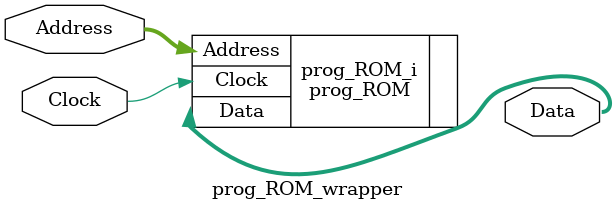
<source format=v>
`timescale 1 ps / 1 ps

module prog_ROM_wrapper
   (Address,
    Clock,
    Data);
  input [13:0]Address;
  input Clock;
  output [7:0]Data;

  wire [13:0]Address;
  wire Clock;
  wire [7:0]Data;

  prog_ROM prog_ROM_i
       (.Address(Address),
        .Clock(Clock),
        .Data(Data));
endmodule

</source>
